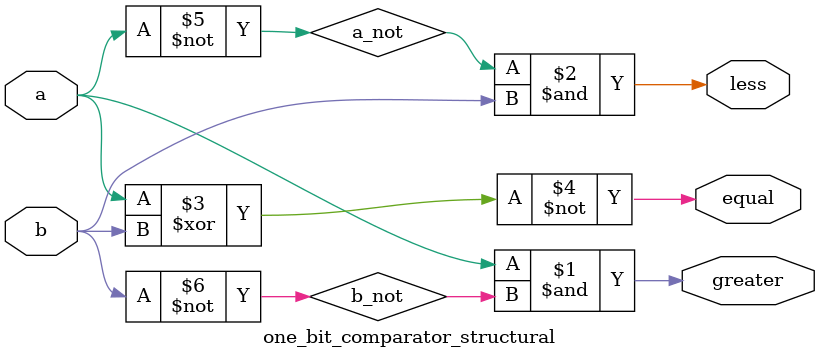
<source format=v>
module one_bit_comparator_structural (
    input a,
    input b,
    output greater,
    output less,
    output equal
);
    wire a_not, b_not;

    not(a_not, a); // TODO
    not(b_not, b); // TODO

    and(greater, a, b_not); // TODO
    and(less, a_not, b); // TODO
    xnor(equal, a, b); // TODO
endmodule

</source>
